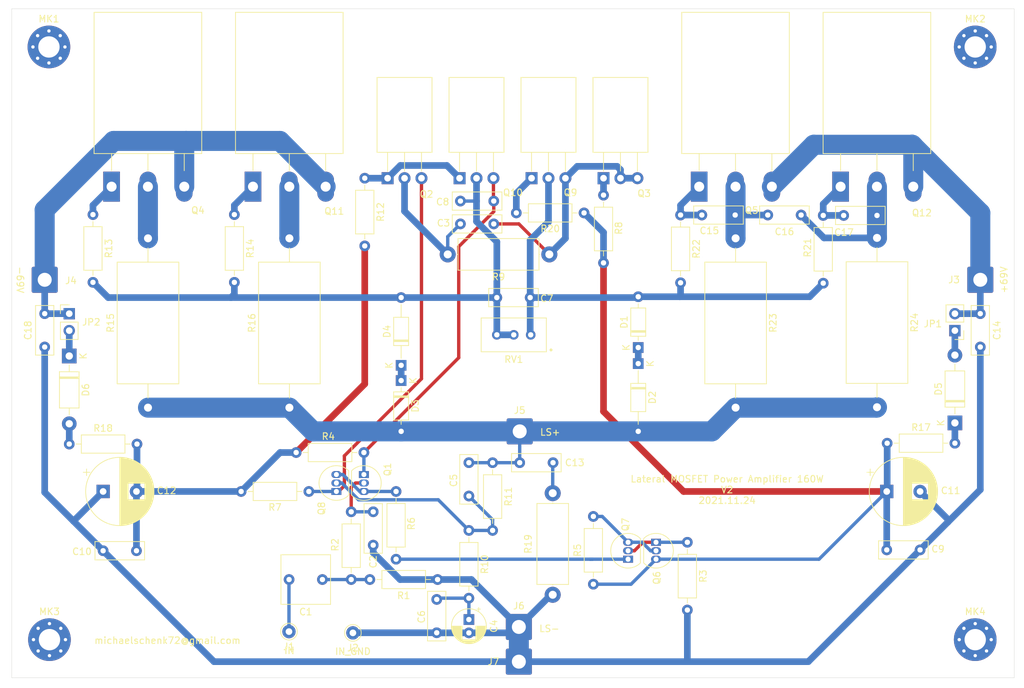
<source format=kicad_pcb>
(kicad_pcb (version 20171130) (host pcbnew "(5.1.12-1-10_14)")
  (layers (0 F.Cu signal) (31 B.Cu signal) (34 B.Paste user) (35 F.Paste user) (36 B.SilkS user) (37 F.SilkS user) (38 B.Mask user) (39 F.Mask user) (44 Edge.Cuts user))
  (net 0 "")
  (net 1 "Net-(C1-Pad2)")
  (net 2 "Net-(C1-Pad1)")
  (net 3 GND)
  (net 4 "Net-(C2-Pad1)")
  (net 5 "Net-(C3-Pad2)")
  (net 6 "Net-(C3-Pad1)")
  (net 7 "Net-(C4-Pad1)")
  (net 8 "Net-(C5-Pad2)")
  (net 9 "Net-(C13-Pad1)")
  (net 10 "Net-(C7-Pad2)")
  (net 11 "Net-(C7-Pad1)")
  (net 12 "Net-(C8-Pad1)")
  (net 13 "Net-(C11-Pad1)")
  (net 14 "Net-(C10-Pad2)")
  (net 15 "Net-(C13-Pad2)")
  (net 16 "Net-(C15-Pad2)")
  (net 17 "Net-(C15-Pad1)")
  (net 18 "Net-(C16-Pad1)")
  (net 19 "Net-(C17-Pad2)")
  (net 20 "Net-(D1-Pad1)")
  (net 21 "Net-(D3-Pad1)")
  (net 22 "Net-(D5-Pad2)")
  (net 23 "Net-(D5-Pad1)")
  (net 24 "Net-(D6-Pad2)")
  (net 25 "Net-(D6-Pad1)")
  (net 26 "Net-(Q1-Pad3)")
  (net 27 "Net-(Q2-Pad3)")
  (net 28 "Net-(Q10-Pad1)")
  (net 29 "Net-(Q3-Pad1)")
  (net 30 "Net-(Q4-Pad1)")
  (net 31 "Net-(Q6-Pad1)")
  (net 32 "Net-(Q6-Pad2)")
  (net 33 "Net-(Q7-Pad1)")
  (net 34 "Net-(Q9-Pad1)")
  (net 35 "Net-(Q11-Pad1)")
  (net 36 "Net-(C14-Pad1)")
  (net 37 "Net-(C18-Pad2)")
  (net 38 "Net-(Q4-Pad2)")
  (net 39 "Net-(Q11-Pad2)")
  (module Connector_Pin:Pin_D1.0mm_L10.0mm (layer F.Cu) (at 111.125 130.429)
    (fp_text reference J2 (at 0 2.25) (layer F.SilkS))
    (fp_text value Conn_01x01)
    (pad 1 thru_hole circle (at 0 0) (size 2 2) (drill 1) (layers *.Cu *.Mask) (net 3 GND))
  )
  (module Connector_Pin:Pin_D1.0mm_L10.0mm (layer F.Cu) (at 101.5365 130.2385)
    (fp_text reference J1 (at 0 2.25) (layer F.SilkS))
    (fp_text value Conn_01x01)
    (pad 1 thru_hole circle (at 0 0) (size 2 2) (drill 1) (layers *.Cu *.Mask) (net 1 "Net-(C1-Pad2)"))
  )
  (module Capacitor_THT:C_Rect_L7.2mm_W2.5mm_P5.00mm_FKS2_FKP2_MKS2_MKP2 (layer F.Cu) (at 64.897 87.55 90)
    (fp_text reference C18 (at 2.5 -2.5 90) (layer F.SilkS))
    (fp_text value 100n)
    (pad 2 thru_hole circle (at 5 0 90) (size 1.6 1.6) (drill 0.8) (layers *.Cu *.Mask) (net 37 "Net-(C18-Pad2)"))
    (pad 1 thru_hole circle (at 0 0 90) (size 1.6 1.6) (drill 0.8) (layers *.Cu *.Mask) (net 3 GND))
  )
  (module Capacitor_THT:C_Rect_L7.2mm_W2.5mm_P5.00mm_FKS2_FKP2_MKS2_MKP2 (layer F.Cu) (at 205.232 82.55 270)
    (fp_text reference C14 (at 2.5 -2.5 90) (layer F.SilkS))
    (fp_text value 100n)
    (pad 2 thru_hole circle (at 5 0 270) (size 1.6 1.6) (drill 0.8) (layers *.Cu *.Mask) (net 3 GND))
    (pad 1 thru_hole circle (at 0 0 270) (size 1.6 1.6) (drill 0.8) (layers *.Cu *.Mask) (net 36 "Net-(C14-Pad1)"))
  )
  (module Potentiometer_THT:Potentiometer_Bourns_3296W_Vertical (layer F.Cu) (at 137.795 85.725)
    (fp_text reference RV1 (at -2.54 3.683) (layer F.SilkS))
    (fp_text value 200R)
    (pad 3 thru_hole circle (at -5.08 0) (size 1.44 1.44) (drill 0.8) (layers *.Cu *.Mask) (net 11 "Net-(C7-Pad1)"))
    (pad 2 thru_hole circle (at -2.54 0) (size 1.44 1.44) (drill 0.8) (layers *.Cu *.Mask) (net 11 "Net-(C7-Pad1)"))
    (pad 1 thru_hole circle (at 0 0) (size 1.44 1.44) (drill 0.8) (layers *.Cu *.Mask) (net 10 "Net-(C7-Pad2)"))
  )
  (module Resistor_THT:R_Axial_DIN0918_L18.0mm_D9.0mm_P25.40mm_Horizontal (layer F.Cu) (at 189.738 71.1835 270)
    (fp_text reference R24 (at 12.7 -5.62 270) (layer F.SilkS))
    (fp_text value 0.22R)
    (pad 2 thru_hole oval (at 25.4 0 270) (size 2.4 2.4) (drill 1.2) (layers *.Cu *.Mask) (net 9 "Net-(C13-Pad1)"))
    (pad 1 thru_hole circle (at 0 0 270) (size 2.4 2.4) (drill 1.2) (layers *.Cu *.Mask) (net 18 "Net-(C16-Pad1)"))
  )
  (module Resistor_THT:R_Axial_DIN0918_L18.0mm_D9.0mm_P25.40mm_Horizontal (layer F.Cu) (at 168.529 71.247 270)
    (fp_text reference R23 (at 12.7 -5.62 270) (layer F.SilkS))
    (fp_text value 0.22R)
    (pad 2 thru_hole oval (at 25.4 0 270) (size 2.4 2.4) (drill 1.2) (layers *.Cu *.Mask) (net 9 "Net-(C13-Pad1)"))
    (pad 1 thru_hole circle (at 0 0 270) (size 2.4 2.4) (drill 1.2) (layers *.Cu *.Mask) (net 17 "Net-(C15-Pad1)"))
  )
  (module Resistor_THT:R_Axial_DIN0207_L6.3mm_D2.5mm_P10.16mm_Horizontal (layer F.Cu) (at 160.274 67.7545 270)
    (fp_text reference R22 (at 5.08 -2.37 90) (layer F.SilkS))
    (fp_text value 220R)
    (pad 2 thru_hole oval (at 10.16 0 270) (size 1.6 1.6) (drill 0.8) (layers *.Cu *.Mask) (net 10 "Net-(C7-Pad2)"))
    (pad 1 thru_hole circle (at 0 0 270) (size 1.6 1.6) (drill 0.8) (layers *.Cu *.Mask) (net 16 "Net-(C15-Pad2)"))
  )
  (module Resistor_THT:R_Axial_DIN0207_L6.3mm_D2.5mm_P10.16mm_Horizontal (layer F.Cu) (at 181.6735 67.818 270)
    (fp_text reference R21 (at 4.826 2.3495 90) (layer F.SilkS))
    (fp_text value 220R)
    (pad 2 thru_hole oval (at 10.16 0 270) (size 1.6 1.6) (drill 0.8) (layers *.Cu *.Mask) (net 10 "Net-(C7-Pad2)"))
    (pad 1 thru_hole circle (at 0 0 270) (size 1.6 1.6) (drill 0.8) (layers *.Cu *.Mask) (net 19 "Net-(C17-Pad2)"))
  )
  (module Resistor_THT:R_Axial_DIN0207_L6.3mm_D2.5mm_P10.16mm_Horizontal (layer F.Cu) (at 145.796 67.437 180)
    (fp_text reference R20 (at 5.08 -2.37) (layer F.SilkS))
    (fp_text value 100R)
    (pad 2 thru_hole oval (at 10.16 0 180) (size 1.6 1.6) (drill 0.8) (layers *.Cu *.Mask) (net 34 "Net-(Q9-Pad1)"))
    (pad 1 thru_hole circle (at 0 0 180) (size 1.6 1.6) (drill 0.8) (layers *.Cu *.Mask) (net 13 "Net-(C11-Pad1)"))
  )
  (module Resistor_THT:R_Axial_DIN0414_L11.9mm_D4.5mm_P15.24mm_Horizontal (layer F.Cu) (at 141.097 109.474 270)
    (fp_text reference R19 (at 7.62 3.683 90) (layer F.SilkS))
    (fp_text value 6.8R/1W)
    (pad 2 thru_hole oval (at 15.24 0 270) (size 2.4 2.4) (drill 1.2) (layers *.Cu *.Mask) (net 3 GND))
    (pad 1 thru_hole circle (at 0 0 270) (size 2.4 2.4) (drill 1.2) (layers *.Cu *.Mask) (net 15 "Net-(C13-Pad2)"))
  )
  (module Resistor_THT:R_Axial_DIN0207_L6.3mm_D2.5mm_P10.16mm_Horizontal (layer F.Cu) (at 68.58 102.108)
    (fp_text reference R18 (at 5.08 -2.37) (layer F.SilkS))
    (fp_text value 100R)
    (pad 2 thru_hole oval (at 10.16 0) (size 1.6 1.6) (drill 0.8) (layers *.Cu *.Mask) (net 14 "Net-(C10-Pad2)"))
    (pad 1 thru_hole circle (at 0 0) (size 1.6 1.6) (drill 0.8) (layers *.Cu *.Mask) (net 24 "Net-(D6-Pad2)"))
  )
  (module Resistor_THT:R_Axial_DIN0207_L6.3mm_D2.5mm_P10.16mm_Horizontal (layer F.Cu) (at 191.262 101.981)
    (fp_text reference R17 (at 5.08 -2.37) (layer F.SilkS))
    (fp_text value 100R)
    (pad 2 thru_hole oval (at 10.16 0) (size 1.6 1.6) (drill 0.8) (layers *.Cu *.Mask) (net 23 "Net-(D5-Pad1)"))
    (pad 1 thru_hole circle (at 0 0) (size 1.6 1.6) (drill 0.8) (layers *.Cu *.Mask) (net 13 "Net-(C11-Pad1)"))
  )
  (module Resistor_THT:R_Axial_DIN0918_L18.0mm_D9.0mm_P25.40mm_Horizontal (layer F.Cu) (at 101.6 96.647 90)
    (fp_text reference R16 (at 12.7 -5.62 90) (layer F.SilkS))
    (fp_text value 0.22R)
    (pad 2 thru_hole oval (at 25.4 0 90) (size 2.4 2.4) (drill 1.2) (layers *.Cu *.Mask) (net 39 "Net-(Q11-Pad2)"))
    (pad 1 thru_hole circle (at 0 0 90) (size 2.4 2.4) (drill 1.2) (layers *.Cu *.Mask) (net 9 "Net-(C13-Pad1)"))
  )
  (module Resistor_THT:R_Axial_DIN0918_L18.0mm_D9.0mm_P25.40mm_Horizontal (layer F.Cu) (at 80.391 96.647 90)
    (fp_text reference R15 (at 12.7 -5.62 90) (layer F.SilkS))
    (fp_text value 0.22R)
    (pad 2 thru_hole oval (at 25.4 0 90) (size 2.4 2.4) (drill 1.2) (layers *.Cu *.Mask) (net 38 "Net-(Q4-Pad2)"))
    (pad 1 thru_hole circle (at 0 0 90) (size 2.4 2.4) (drill 1.2) (layers *.Cu *.Mask) (net 9 "Net-(C13-Pad1)"))
  )
  (module Resistor_THT:R_Axial_DIN0207_L6.3mm_D2.5mm_P10.16mm_Horizontal (layer F.Cu) (at 93.345 67.691 270)
    (fp_text reference R14 (at 5.08 -2.37 90) (layer F.SilkS))
    (fp_text value 220R)
    (pad 2 thru_hole oval (at 10.16 0 270) (size 1.6 1.6) (drill 0.8) (layers *.Cu *.Mask) (net 11 "Net-(C7-Pad1)"))
    (pad 1 thru_hole circle (at 0 0 270) (size 1.6 1.6) (drill 0.8) (layers *.Cu *.Mask) (net 35 "Net-(Q11-Pad1)"))
  )
  (module Resistor_THT:R_Axial_DIN0207_L6.3mm_D2.5mm_P10.16mm_Horizontal (layer F.Cu) (at 72.136 67.691 270)
    (fp_text reference R13 (at 5.08 -2.37 90) (layer F.SilkS))
    (fp_text value 220R)
    (pad 2 thru_hole oval (at 10.16 0 270) (size 1.6 1.6) (drill 0.8) (layers *.Cu *.Mask) (net 11 "Net-(C7-Pad1)"))
    (pad 1 thru_hole circle (at 0 0 270) (size 1.6 1.6) (drill 0.8) (layers *.Cu *.Mask) (net 30 "Net-(Q4-Pad1)"))
  )
  (module Resistor_THT:R_Axial_DIN0207_L6.3mm_D2.5mm_P10.16mm_Horizontal (layer F.Cu) (at 112.903 62.23 270)
    (fp_text reference R12 (at 5.08 -2.37 90) (layer F.SilkS))
    (fp_text value 100R)
    (pad 2 thru_hole oval (at 10.16 0 270) (size 1.6 1.6) (drill 0.8) (layers *.Cu *.Mask) (net 14 "Net-(C10-Pad2)"))
    (pad 1 thru_hole circle (at 0 0 270) (size 1.6 1.6) (drill 0.8) (layers *.Cu *.Mask) (net 28 "Net-(Q10-Pad1)"))
  )
  (module Resistor_THT:R_Axial_DIN0207_L6.3mm_D2.5mm_P10.16mm_Horizontal (layer F.Cu) (at 132.08 104.902 270)
    (fp_text reference R11 (at 5.08 -2.37 90) (layer F.SilkS))
    (fp_text value 33k)
    (pad 2 thru_hole oval (at 10.16 0 270) (size 1.6 1.6) (drill 0.8) (layers *.Cu *.Mask) (net 8 "Net-(C5-Pad2)"))
    (pad 1 thru_hole circle (at 0 0 270) (size 1.6 1.6) (drill 0.8) (layers *.Cu *.Mask) (net 9 "Net-(C13-Pad1)"))
  )
  (module Resistor_THT:R_Axial_DIN0207_L6.3mm_D2.5mm_P10.16mm_Horizontal (layer F.Cu) (at 128.524 115.062 270)
    (fp_text reference R10 (at 5.08 -2.37 90) (layer F.SilkS))
    (fp_text value 1k)
    (pad 2 thru_hole oval (at 10.16 0 270) (size 1.6 1.6) (drill 0.8) (layers *.Cu *.Mask) (net 7 "Net-(C4-Pad1)"))
    (pad 1 thru_hole circle (at 0 0 270) (size 1.6 1.6) (drill 0.8) (layers *.Cu *.Mask) (net 8 "Net-(C5-Pad2)"))
  )
  (module Resistor_THT:R_Axial_DIN0414_L11.9mm_D4.5mm_P15.24mm_Horizontal (layer F.Cu) (at 140.589 73.66 180)
    (fp_text reference R9 (at 7.62 -3.37) (layer F.SilkS))
    (fp_text value 12k/1W)
    (pad 2 thru_hole oval (at 15.24 0 180) (size 2.4 2.4) (drill 1.2) (layers *.Cu *.Mask) (net 5 "Net-(C3-Pad2)"))
    (pad 1 thru_hole circle (at 0 0 180) (size 2.4 2.4) (drill 1.2) (layers *.Cu *.Mask) (net 6 "Net-(C3-Pad1)"))
  )
  (module Resistor_THT:R_Axial_DIN0207_L6.3mm_D2.5mm_P10.16mm_Horizontal (layer F.Cu) (at 148.717 74.93 90)
    (fp_text reference R8 (at 5.207 2.286 90) (layer F.SilkS))
    (fp_text value 100R)
    (pad 2 thru_hole oval (at 10.16 0 90) (size 1.6 1.6) (drill 0.8) (layers *.Cu *.Mask) (net 29 "Net-(Q3-Pad1)"))
    (pad 1 thru_hole circle (at 0 0 90) (size 1.6 1.6) (drill 0.8) (layers *.Cu *.Mask) (net 13 "Net-(C11-Pad1)"))
  )
  (module Resistor_THT:R_Axial_DIN0207_L6.3mm_D2.5mm_P10.16mm_Horizontal (layer F.Cu) (at 104.521 109.22 180)
    (fp_text reference R7 (at 5.08 -2.37) (layer F.SilkS))
    (fp_text value 4k7)
    (pad 2 thru_hole oval (at 10.16 0 180) (size 1.6 1.6) (drill 0.8) (layers *.Cu *.Mask) (net 14 "Net-(C10-Pad2)"))
    (pad 1 thru_hole circle (at 0 0 180) (size 1.6 1.6) (drill 0.8) (layers *.Cu *.Mask) (net 27 "Net-(Q2-Pad3)"))
  )
  (module Resistor_THT:R_Axial_DIN0207_L6.3mm_D2.5mm_P10.16mm_Horizontal (layer F.Cu) (at 117.602 119.38 90)
    (fp_text reference R6 (at 5.334 2.286 90) (layer F.SilkS))
    (fp_text value 22k)
    (pad 2 thru_hole oval (at 10.16 0 90) (size 1.6 1.6) (drill 0.8) (layers *.Cu *.Mask) (net 26 "Net-(Q1-Pad3)"))
    (pad 1 thru_hole circle (at 0 0 90) (size 1.6 1.6) (drill 0.8) (layers *.Cu *.Mask) (net 33 "Net-(Q7-Pad1)"))
  )
  (module Resistor_THT:R_Axial_DIN0207_L6.3mm_D2.5mm_P10.16mm_Horizontal (layer F.Cu) (at 147.193 123.1265 90)
    (fp_text reference R5 (at 5.08 -2.37 90) (layer F.SilkS))
    (fp_text value 680R)
    (pad 2 thru_hole oval (at 10.16 0 90) (size 1.6 1.6) (drill 0.8) (layers *.Cu *.Mask) (net 32 "Net-(Q6-Pad2)"))
    (pad 1 thru_hole circle (at 0 0 90) (size 1.6 1.6) (drill 0.8) (layers *.Cu *.Mask) (net 13 "Net-(C11-Pad1)"))
  )
  (module Resistor_THT:R_Axial_DIN0207_L6.3mm_D2.5mm_P10.16mm_Horizontal (layer F.Cu) (at 112.776 103.378 180)
    (fp_text reference R4 (at 5.334 2.413) (layer F.SilkS))
    (fp_text value 4k7)
    (pad 2 thru_hole oval (at 10.16 0 180) (size 1.6 1.6) (drill 0.8) (layers *.Cu *.Mask) (net 14 "Net-(C10-Pad2)"))
    (pad 1 thru_hole circle (at 0 0 180) (size 1.6 1.6) (drill 0.8) (layers *.Cu *.Mask) (net 12 "Net-(C8-Pad1)"))
  )
  (module Resistor_THT:R_Axial_DIN0207_L6.3mm_D2.5mm_P10.16mm_Horizontal (layer F.Cu) (at 161.29 116.84 270)
    (fp_text reference R3 (at 5.08 -2.37 90) (layer F.SilkS))
    (fp_text value 22k)
    (pad 2 thru_hole oval (at 10.16 0 270) (size 1.6 1.6) (drill 0.8) (layers *.Cu *.Mask) (net 3 GND))
    (pad 1 thru_hole circle (at 0 0 270) (size 1.6 1.6) (drill 0.8) (layers *.Cu *.Mask) (net 31 "Net-(Q6-Pad1)"))
  )
  (module Resistor_THT:R_Axial_DIN0207_L6.3mm_D2.5mm_P10.16mm_Horizontal (layer F.Cu) (at 110.871 112.268 270)
    (fp_text reference R2 (at 4.953 2.413 90) (layer F.SilkS))
    (fp_text value 1k)
    (pad 2 thru_hole oval (at 10.16 0 270) (size 1.6 1.6) (drill 0.8) (layers *.Cu *.Mask) (net 2 "Net-(C1-Pad1)"))
    (pad 1 thru_hole circle (at 0 0 270) (size 1.6 1.6) (drill 0.8) (layers *.Cu *.Mask) (net 4 "Net-(C2-Pad1)"))
  )
  (module Resistor_THT:R_Axial_DIN0207_L6.3mm_D2.5mm_P10.16mm_Horizontal (layer F.Cu) (at 113.665 122.428)
    (fp_text reference R1 (at 5.08 2.413) (layer F.SilkS))
    (fp_text value 33k)
    (pad 2 thru_hole oval (at 10.16 0) (size 1.6 1.6) (drill 0.8) (layers *.Cu *.Mask) (net 3 GND))
    (pad 1 thru_hole circle (at 0 0) (size 1.6 1.6) (drill 0.8) (layers *.Cu *.Mask) (net 2 "Net-(C1-Pad1)"))
  )
  (module Package_TO_SOT_THT:TO-247-3_Horizontal_TabDown (layer F.Cu) (at 184.277 63.5)
    (fp_text reference Q12 (at 12.192 3.937) (layer F.SilkS))
    (fp_text value ECX10N20)
    (pad 3 thru_hole oval (at 10.9 0) (size 2.5 4.5) (drill 1.5) (layers *.Cu *.Mask) (net 36 "Net-(C14-Pad1)"))
    (pad 2 thru_hole oval (at 5.45 0) (size 2.5 4.5) (drill 1.5) (layers *.Cu *.Mask) (net 18 "Net-(C16-Pad1)"))
    (pad 1 thru_hole rect (at 0 0) (size 2.5 4.5) (drill 1.5) (layers *.Cu *.Mask) (net 19 "Net-(C17-Pad2)"))
    (pad "" np_thru_hole oval (at 5.45 -19.86) (size 3.6 3.6) (drill 3.6) (layers *.Cu *.Mask))
  )
  (module Package_TO_SOT_THT:TO-247-3_Horizontal_TabDown (layer F.Cu) (at 96.139 63.5)
    (fp_text reference Q11 (at 12.192 3.683) (layer F.SilkS))
    (fp_text value ECX10P20)
    (pad 3 thru_hole oval (at 10.9 0) (size 2.5 4.5) (drill 1.5) (layers *.Cu *.Mask) (net 37 "Net-(C18-Pad2)"))
    (pad 2 thru_hole oval (at 5.45 0) (size 2.5 4.5) (drill 1.5) (layers *.Cu *.Mask) (net 39 "Net-(Q11-Pad2)"))
    (pad 1 thru_hole rect (at 0 0) (size 2.5 4.5) (drill 1.5) (layers *.Cu *.Mask) (net 35 "Net-(Q11-Pad1)"))
    (pad "" np_thru_hole oval (at 5.45 -19.86) (size 3.6 3.6) (drill 3.6) (layers *.Cu *.Mask))
  )
  (module Package_TO_SOT_THT:TO-126-3_Horizontal_TabDown (layer F.Cu) (at 127.127 62.23)
    (fp_text reference Q10 (at 8.001 2.159) (layer F.SilkS))
    (fp_text value MJE340)
    (pad 3 thru_hole oval (at 5.08 0) (size 1.8 1.8) (drill 1) (layers *.Cu *.Mask) (net 12 "Net-(C8-Pad1)"))
    (pad 2 thru_hole oval (at 2.54 0) (size 1.8 1.8) (drill 1) (layers *.Cu *.Mask) (net 11 "Net-(C7-Pad1)"))
    (pad 1 thru_hole rect (at 0 0) (size 1.8 1.8) (drill 1) (layers *.Cu *.Mask) (net 28 "Net-(Q10-Pad1)"))
    (pad "" np_thru_hole oval (at 2.54 -11.1) (size 3.2 3.2) (drill 3.2) (layers *.Cu *.Mask))
  )
  (module Package_TO_SOT_THT:TO-126-3_Horizontal_TabDown (layer F.Cu) (at 137.922 62.23)
    (fp_text reference Q9 (at 5.842 2.159) (layer F.SilkS))
    (fp_text value MJE350)
    (pad 3 thru_hole oval (at 5.08 0) (size 1.8 1.8) (drill 1) (layers *.Cu *.Mask) (net 6 "Net-(C3-Pad1)"))
    (pad 2 thru_hole oval (at 2.54 0) (size 1.8 1.8) (drill 1) (layers *.Cu *.Mask) (net 10 "Net-(C7-Pad2)"))
    (pad 1 thru_hole rect (at 0 0) (size 1.8 1.8) (drill 1) (layers *.Cu *.Mask) (net 34 "Net-(Q9-Pad1)"))
    (pad "" np_thru_hole oval (at 2.54 -11.1) (size 3.2 3.2) (drill 3.2) (layers *.Cu *.Mask))
  )
  (module Package_TO_SOT_THT:TO-92_Inline (layer F.Cu) (at 108.6485 109.22 90)
    (fp_text reference Q8 (at -2.54 -2.2225 90) (layer F.SilkS))
    (fp_text value BC556)
    (pad 1 thru_hole rect (at 0 0 90) (size 1.05 1.5) (drill 0.75) (layers *.Cu *.Mask) (net 27 "Net-(Q2-Pad3)"))
    (pad 3 thru_hole oval (at 2.54 0 90) (size 1.05 1.5) (drill 0.75) (layers *.Cu *.Mask) (net 26 "Net-(Q1-Pad3)"))
    (pad 2 thru_hole oval (at 1.27 0 90) (size 1.05 1.5) (drill 0.75) (layers *.Cu *.Mask) (net 8 "Net-(C5-Pad2)"))
  )
  (module Package_TO_SOT_THT:TO-92_Inline (layer F.Cu) (at 152.4 119.38 90)
    (fp_text reference Q7 (at 5.207 -0.381 90) (layer F.SilkS))
    (fp_text value BC556)
    (pad 1 thru_hole rect (at 0 0 90) (size 1.05 1.5) (drill 0.75) (layers *.Cu *.Mask) (net 33 "Net-(Q7-Pad1)"))
    (pad 3 thru_hole oval (at 2.54 0 90) (size 1.05 1.5) (drill 0.75) (layers *.Cu *.Mask) (net 32 "Net-(Q6-Pad2)"))
    (pad 2 thru_hole oval (at 1.27 0 90) (size 1.05 1.5) (drill 0.75) (layers *.Cu *.Mask) (net 31 "Net-(Q6-Pad1)"))
  )
  (module Package_TO_SOT_THT:TO-92_Inline (layer F.Cu) (at 156.591 116.84 270)
    (fp_text reference Q6 (at 5.334 -0.127 90) (layer F.SilkS))
    (fp_text value BC556)
    (pad 1 thru_hole rect (at 0 0 270) (size 1.05 1.5) (drill 0.75) (layers *.Cu *.Mask) (net 31 "Net-(Q6-Pad1)"))
    (pad 3 thru_hole oval (at 2.54 0 270) (size 1.05 1.5) (drill 0.75) (layers *.Cu *.Mask) (net 13 "Net-(C11-Pad1)"))
    (pad 2 thru_hole oval (at 1.27 0 270) (size 1.05 1.5) (drill 0.75) (layers *.Cu *.Mask) (net 32 "Net-(Q6-Pad2)"))
  )
  (module Package_TO_SOT_THT:TO-247-3_Horizontal_TabDown (layer F.Cu) (at 163.068 63.5)
    (fp_text reference Q5 (at 7.874 3.556) (layer F.SilkS))
    (fp_text value ECX10N20)
    (pad 3 thru_hole oval (at 10.9 0) (size 2.5 4.5) (drill 1.5) (layers *.Cu *.Mask) (net 36 "Net-(C14-Pad1)"))
    (pad 2 thru_hole oval (at 5.45 0) (size 2.5 4.5) (drill 1.5) (layers *.Cu *.Mask) (net 17 "Net-(C15-Pad1)"))
    (pad 1 thru_hole rect (at 0 0) (size 2.5 4.5) (drill 1.5) (layers *.Cu *.Mask) (net 16 "Net-(C15-Pad2)"))
    (pad "" np_thru_hole oval (at 5.45 -19.86) (size 3.6 3.6) (drill 3.6) (layers *.Cu *.Mask))
  )
  (module Package_TO_SOT_THT:TO-247-3_Horizontal_TabDown (layer F.Cu) (at 74.93 63.5)
    (fp_text reference Q4 (at 12.954 3.556) (layer F.SilkS))
    (fp_text value ECX10P20)
    (pad 3 thru_hole oval (at 10.9 0) (size 2.5 4.5) (drill 1.5) (layers *.Cu *.Mask) (net 37 "Net-(C18-Pad2)"))
    (pad 2 thru_hole oval (at 5.45 0) (size 2.5 4.5) (drill 1.5) (layers *.Cu *.Mask) (net 38 "Net-(Q4-Pad2)"))
    (pad 1 thru_hole rect (at 0 0) (size 2.5 4.5) (drill 1.5) (layers *.Cu *.Mask) (net 30 "Net-(Q4-Pad1)"))
    (pad "" np_thru_hole oval (at 5.45 -19.86) (size 3.6 3.6) (drill 3.6) (layers *.Cu *.Mask))
  )
  (module Package_TO_SOT_THT:TO-126-3_Horizontal_TabDown (layer F.Cu) (at 148.717 62.23)
    (fp_text reference Q3 (at 6.096 2.286) (layer F.SilkS))
    (fp_text value MJE350)
    (pad 3 thru_hole oval (at 5.08 0) (size 1.8 1.8) (drill 1) (layers *.Cu *.Mask) (net 6 "Net-(C3-Pad1)"))
    (pad 2 thru_hole oval (at 2.54 0) (size 1.8 1.8) (drill 1) (layers *.Cu *.Mask) (net 6 "Net-(C3-Pad1)"))
    (pad 1 thru_hole rect (at 0 0) (size 1.8 1.8) (drill 1) (layers *.Cu *.Mask) (net 29 "Net-(Q3-Pad1)"))
    (pad "" np_thru_hole oval (at 2.54 -11.1) (size 3.2 3.2) (drill 3.2) (layers *.Cu *.Mask))
  )
  (module Package_TO_SOT_THT:TO-126-3_Horizontal_TabDown (layer F.Cu) (at 116.332 62.23)
    (fp_text reference Q2 (at 5.842 2.413) (layer F.SilkS))
    (fp_text value MJE340)
    (pad 3 thru_hole oval (at 5.08 0) (size 1.8 1.8) (drill 1) (layers *.Cu *.Mask) (net 27 "Net-(Q2-Pad3)"))
    (pad 2 thru_hole oval (at 2.54 0) (size 1.8 1.8) (drill 1) (layers *.Cu *.Mask) (net 5 "Net-(C3-Pad2)"))
    (pad 1 thru_hole rect (at 0 0) (size 1.8 1.8) (drill 1) (layers *.Cu *.Mask) (net 28 "Net-(Q10-Pad1)"))
    (pad "" np_thru_hole oval (at 2.54 -11.1) (size 3.2 3.2) (drill 3.2) (layers *.Cu *.Mask))
  )
  (module Package_TO_SOT_THT:TO-92_Inline (layer F.Cu) (at 112.776 106.68 270)
    (fp_text reference Q1 (at -0.762 -3.556 90) (layer F.SilkS))
    (fp_text value BC556)
    (pad 1 thru_hole rect (at 0 0 270) (size 1.05 1.5) (drill 0.75) (layers *.Cu *.Mask) (net 12 "Net-(C8-Pad1)"))
    (pad 3 thru_hole oval (at 2.54 0 270) (size 1.05 1.5) (drill 0.75) (layers *.Cu *.Mask) (net 26 "Net-(Q1-Pad3)"))
    (pad 2 thru_hole oval (at 1.27 0 270) (size 1.05 1.5) (drill 0.75) (layers *.Cu *.Mask) (net 4 "Net-(C2-Pad1)"))
  )
  (module MountingHole:MountingHole_3.2mm_M3_Pad_Via (layer F.Cu) (at 204.47 131.445)
    (fp_text reference MK4 (at 0 -4.2) (layer F.SilkS))
    (fp_text value Mounting_Hole_PAD)
    (pad 1 thru_hole circle (at 1.697056 -1.697056) (size 0.8 0.8) (drill 0.5) (layers *.Cu *.Mask))
    (pad 1 thru_hole circle (at 0 -2.4) (size 0.8 0.8) (drill 0.5) (layers *.Cu *.Mask))
    (pad 1 thru_hole circle (at -1.697056 -1.697056) (size 0.8 0.8) (drill 0.5) (layers *.Cu *.Mask))
    (pad 1 thru_hole circle (at -2.4 0) (size 0.8 0.8) (drill 0.5) (layers *.Cu *.Mask))
    (pad 1 thru_hole circle (at -1.697056 1.697056) (size 0.8 0.8) (drill 0.5) (layers *.Cu *.Mask))
    (pad 1 thru_hole circle (at 0 2.4) (size 0.8 0.8) (drill 0.5) (layers *.Cu *.Mask))
    (pad 1 thru_hole circle (at 1.697056 1.697056) (size 0.8 0.8) (drill 0.5) (layers *.Cu *.Mask))
    (pad 1 thru_hole circle (at 2.4 0) (size 0.8 0.8) (drill 0.5) (layers *.Cu *.Mask))
    (pad 1 thru_hole circle (at 0 0) (size 6.4 6.4) (drill 3.2) (layers *.Cu *.Mask))
  )
  (module MountingHole:MountingHole_3.2mm_M3_Pad_Via (layer F.Cu) (at 65.612944 131.445)
    (fp_text reference MK3 (at 0 -4.2) (layer F.SilkS))
    (fp_text value Mounting_Hole_PAD)
    (pad 1 thru_hole circle (at 1.697056 -1.697056) (size 0.8 0.8) (drill 0.5) (layers *.Cu *.Mask))
    (pad 1 thru_hole circle (at 0 -2.4) (size 0.8 0.8) (drill 0.5) (layers *.Cu *.Mask))
    (pad 1 thru_hole circle (at -1.697056 -1.697056) (size 0.8 0.8) (drill 0.5) (layers *.Cu *.Mask))
    (pad 1 thru_hole circle (at -2.4 0) (size 0.8 0.8) (drill 0.5) (layers *.Cu *.Mask))
    (pad 1 thru_hole circle (at -1.697056 1.697056) (size 0.8 0.8) (drill 0.5) (layers *.Cu *.Mask))
    (pad 1 thru_hole circle (at 0 2.4) (size 0.8 0.8) (drill 0.5) (layers *.Cu *.Mask))
    (pad 1 thru_hole circle (at 1.697056 1.697056) (size 0.8 0.8) (drill 0.5) (layers *.Cu *.Mask))
    (pad 1 thru_hole circle (at 2.4 0) (size 0.8 0.8) (drill 0.5) (layers *.Cu *.Mask))
    (pad 1 thru_hole circle (at 0 0) (size 6.4 6.4) (drill 3.2) (layers *.Cu *.Mask))
  )
  (module MountingHole:MountingHole_3.2mm_M3_Pad_Via (layer F.Cu) (at 204.47 42.545)
    (fp_text reference MK2 (at 0 -4.2) (layer F.SilkS))
    (fp_text value Mounting_Hole_PAD)
    (pad 1 thru_hole circle (at 1.697056 -1.697056) (size 0.8 0.8) (drill 0.5) (layers *.Cu *.Mask))
    (pad 1 thru_hole circle (at 0 -2.4) (size 0.8 0.8) (drill 0.5) (layers *.Cu *.Mask))
    (pad 1 thru_hole circle (at -1.697056 -1.697056) (size 0.8 0.8) (drill 0.5) (layers *.Cu *.Mask))
    (pad 1 thru_hole circle (at -2.4 0) (size 0.8 0.8) (drill 0.5) (layers *.Cu *.Mask))
    (pad 1 thru_hole circle (at -1.697056 1.697056) (size 0.8 0.8) (drill 0.5) (layers *.Cu *.Mask))
    (pad 1 thru_hole circle (at 0 2.4) (size 0.8 0.8) (drill 0.5) (layers *.Cu *.Mask))
    (pad 1 thru_hole circle (at 1.697056 1.697056) (size 0.8 0.8) (drill 0.5) (layers *.Cu *.Mask))
    (pad 1 thru_hole circle (at 2.4 0) (size 0.8 0.8) (drill 0.5) (layers *.Cu *.Mask))
    (pad 1 thru_hole circle (at 0 0) (size 6.4 6.4) (drill 3.2) (layers *.Cu *.Mask))
  )
  (module MountingHole:MountingHole_3.2mm_M3_Pad_Via (layer F.Cu) (at 65.532 42.545)
    (fp_text reference MK1 (at 0 -4.2) (layer F.SilkS))
    (fp_text value Mounting_Hole_PAD)
    (pad 1 thru_hole circle (at 1.697056 -1.697056) (size 0.8 0.8) (drill 0.5) (layers *.Cu *.Mask))
    (pad 1 thru_hole circle (at 0 -2.4) (size 0.8 0.8) (drill 0.5) (layers *.Cu *.Mask))
    (pad 1 thru_hole circle (at -1.697056 -1.697056) (size 0.8 0.8) (drill 0.5) (layers *.Cu *.Mask))
    (pad 1 thru_hole circle (at -2.4 0) (size 0.8 0.8) (drill 0.5) (layers *.Cu *.Mask))
    (pad 1 thru_hole circle (at -1.697056 1.697056) (size 0.8 0.8) (drill 0.5) (layers *.Cu *.Mask))
    (pad 1 thru_hole circle (at 0 2.4) (size 0.8 0.8) (drill 0.5) (layers *.Cu *.Mask))
    (pad 1 thru_hole circle (at 1.697056 1.697056) (size 0.8 0.8) (drill 0.5) (layers *.Cu *.Mask))
    (pad 1 thru_hole circle (at 2.4 0) (size 0.8 0.8) (drill 0.5) (layers *.Cu *.Mask))
    (pad 1 thru_hole circle (at 0 0) (size 6.4 6.4) (drill 3.2) (layers *.Cu *.Mask))
  )
  (module Connector_PinHeader_2.54mm:PinHeader_1x02_P2.54mm_Vertical (layer F.Cu) (at 68.58 82.55)
    (fp_text reference JP2 (at 3.302 1.27) (layer F.SilkS))
    (fp_text value Jump)
    (pad 2 thru_hole oval (at 0 2.54) (size 1.7 1.7) (drill 1) (layers *.Cu *.Mask) (net 25 "Net-(D6-Pad1)"))
    (pad 1 thru_hole rect (at 0 0) (size 1.7 1.7) (drill 1) (layers *.Cu *.Mask) (net 37 "Net-(C18-Pad2)"))
  )
  (module Connector_PinHeader_2.54mm:PinHeader_1x02_P2.54mm_Vertical (layer F.Cu) (at 201.422 85.09 180)
    (fp_text reference JP1 (at 3.302 1.016) (layer F.SilkS))
    (fp_text value Jump)
    (pad 2 thru_hole oval (at 0 2.54 180) (size 1.7 1.7) (drill 1) (layers *.Cu *.Mask) (net 36 "Net-(C14-Pad1)"))
    (pad 1 thru_hole rect (at 0 0 180) (size 1.7 1.7) (drill 1) (layers *.Cu *.Mask) (net 22 "Net-(D5-Pad2)"))
  )
  (module Connector_Wire:SolderWire-1.5sqmm_1x01_D1.7mm_OD3.9mm (layer F.Cu) (at 136.017 134.747)
    (fp_text reference J7 (at -3.81 0) (layer F.SilkS))
    (fp_text value GND)
    (pad 1 thru_hole roundrect (at 0 0) (size 3.9 3.9) (drill 2.1) (layers *.Cu *.Mask) (roundrect_rratio 0.06410299999999999) (net 3 GND))
  )
  (module Connector_Wire:SolderWire-1.5sqmm_1x01_D1.7mm_OD3.9mm (layer F.Cu) (at 136.017 129.54)
    (fp_text reference J6 (at 0 -3.15) (layer F.SilkS))
    (fp_text value LS-)
    (pad 1 thru_hole roundrect (at 0 0) (size 3.9 3.9) (drill 2.1) (layers *.Cu *.Mask) (roundrect_rratio 0.06410299999999999) (net 3 GND))
  )
  (module Connector_Wire:SolderWire-1.5sqmm_1x01_D1.7mm_OD3.9mm (layer F.Cu) (at 136.144 100.203)
    (fp_text reference J5 (at 0 -3.15) (layer F.SilkS))
    (fp_text value LS+)
    (pad 1 thru_hole roundrect (at 0 0) (size 3.9 3.9) (drill 2.1) (layers *.Cu *.Mask) (roundrect_rratio 0.06410299999999999) (net 9 "Net-(C13-Pad1)"))
  )
  (module Connector_Wire:SolderWire-1.5sqmm_1x01_D1.7mm_OD3.9mm (layer F.Cu) (at 64.897 77.47)
    (fp_text reference J4 (at 3.937 0.127) (layer F.SilkS))
    (fp_text value -69V)
    (pad 1 thru_hole roundrect (at 0 0) (size 3.9 3.9) (drill 2.1) (layers *.Cu *.Mask) (roundrect_rratio 0.06410299999999999) (net 37 "Net-(C18-Pad2)"))
  )
  (module Connector_Wire:SolderWire-1.5sqmm_1x01_D1.7mm_OD3.9mm (layer F.Cu) (at 205.232 77.47)
    (fp_text reference J3 (at -3.937 0) (layer F.SilkS))
    (fp_text value +69V)
    (pad 1 thru_hole roundrect (at 0 0) (size 3.9 3.9) (drill 2.1) (layers *.Cu *.Mask) (roundrect_rratio 0.06410299999999999) (net 36 "Net-(C14-Pad1)"))
  )
  (module Diode_THT:D_DO-41_SOD81_P10.16mm_Horizontal (layer F.Cu) (at 68.58 88.9 270)
    (fp_text reference D6 (at 5.08 -2.47 90) (layer F.SilkS))
    (fp_text value 1N4002)
    (fp_text user K (at 0 -2.1 90) (layer F.SilkS))
    (pad 2 thru_hole oval (at 10.16 0 270) (size 2.2 2.2) (drill 1.1) (layers *.Cu *.Mask) (net 24 "Net-(D6-Pad2)"))
    (pad 1 thru_hole rect (at 0 0 270) (size 2.2 2.2) (drill 1.1) (layers *.Cu *.Mask) (net 25 "Net-(D6-Pad1)"))
  )
  (module Diode_THT:D_DO-41_SOD81_P10.16mm_Horizontal (layer F.Cu) (at 201.422 98.933 90)
    (fp_text reference D5 (at 5.08 -2.47 90) (layer F.SilkS))
    (fp_text value 1N4002)
    (fp_text user K (at 0 -2.1 90) (layer F.SilkS))
    (pad 2 thru_hole oval (at 10.16 0 90) (size 2.2 2.2) (drill 1.1) (layers *.Cu *.Mask) (net 22 "Net-(D5-Pad2)"))
    (pad 1 thru_hole rect (at 0 0 90) (size 2.2 2.2) (drill 1.1) (layers *.Cu *.Mask) (net 23 "Net-(D5-Pad1)"))
  )
  (module Diode_THT:D_DO-35_SOD27_P10.16mm_Horizontal (layer F.Cu) (at 118.364 90.297 90)
    (fp_text reference D4 (at 5.08 -2.12 90) (layer F.SilkS))
    (fp_text value 12V/0.5W)
    (fp_text user K (at 0 -1.8 90) (layer F.SilkS))
    (pad 2 thru_hole oval (at 10.16 0 90) (size 1.6 1.6) (drill 0.8) (layers *.Cu *.Mask) (net 11 "Net-(C7-Pad1)"))
    (pad 1 thru_hole rect (at 0 0 90) (size 1.6 1.6) (drill 0.8) (layers *.Cu *.Mask) (net 21 "Net-(D3-Pad1)"))
  )
  (module Diode_THT:D_DO-35_SOD27_P7.62mm_Horizontal (layer F.Cu) (at 118.364 92.583 270)
    (fp_text reference D3 (at 3.81 -2.12 90) (layer F.SilkS))
    (fp_text value 1N914)
    (fp_text user K (at 0 -1.8 90) (layer F.SilkS))
    (pad 2 thru_hole oval (at 7.62 0 270) (size 1.6 1.6) (drill 0.8) (layers *.Cu *.Mask) (net 9 "Net-(C13-Pad1)"))
    (pad 1 thru_hole rect (at 0 0 270) (size 1.6 1.6) (drill 0.8) (layers *.Cu *.Mask) (net 21 "Net-(D3-Pad1)"))
  )
  (module Diode_THT:D_DO-35_SOD27_P10.16mm_Horizontal (layer F.Cu) (at 153.924 90.043 270)
    (fp_text reference D2 (at 5.08 -2.12 90) (layer F.SilkS))
    (fp_text value 12V/0.5W)
    (fp_text user K (at 0 -1.8 90) (layer F.SilkS))
    (pad 2 thru_hole oval (at 10.16 0 270) (size 1.6 1.6) (drill 0.8) (layers *.Cu *.Mask) (net 9 "Net-(C13-Pad1)"))
    (pad 1 thru_hole rect (at 0 0 270) (size 1.6 1.6) (drill 0.8) (layers *.Cu *.Mask) (net 20 "Net-(D1-Pad1)"))
  )
  (module Diode_THT:D_DO-35_SOD27_P7.62mm_Horizontal (layer F.Cu) (at 153.924 87.63 90)
    (fp_text reference D1 (at 3.81 -2.12 90) (layer F.SilkS))
    (fp_text value 1N914)
    (fp_text user K (at 0 -1.8 90) (layer F.SilkS))
    (pad 2 thru_hole oval (at 7.62 0 90) (size 1.6 1.6) (drill 0.8) (layers *.Cu *.Mask) (net 10 "Net-(C7-Pad2)"))
    (pad 1 thru_hole rect (at 0 0 90) (size 1.6 1.6) (drill 0.8) (layers *.Cu *.Mask) (net 20 "Net-(D1-Pad1)"))
  )
  (module Capacitor_THT:C_Rect_L7.2mm_W2.5mm_P5.00mm_FKS2_FKP2_MKS2_MKP2 (layer F.Cu) (at 189.738 67.818 180)
    (fp_text reference C17 (at 4.953 -2.54) (layer F.SilkS))
    (fp_text value 470p)
    (pad 2 thru_hole circle (at 5 0 180) (size 1.6 1.6) (drill 0.8) (layers *.Cu *.Mask) (net 19 "Net-(C17-Pad2)"))
    (pad 1 thru_hole circle (at 0 0 180) (size 1.6 1.6) (drill 0.8) (layers *.Cu *.Mask) (net 18 "Net-(C16-Pad1)"))
  )
  (module Capacitor_THT:C_Rect_L7.2mm_W2.5mm_P5.00mm_FKS2_FKP2_MKS2_MKP2 (layer F.Cu) (at 178.355 67.7545 180)
    (fp_text reference C16 (at 2.5 -2.5) (layer F.SilkS))
    (fp_text value 220n)
    (pad 2 thru_hole circle (at 5 0 180) (size 1.6 1.6) (drill 0.8) (layers *.Cu *.Mask) (net 17 "Net-(C15-Pad1)"))
    (pad 1 thru_hole circle (at 0 0 180) (size 1.6 1.6) (drill 0.8) (layers *.Cu *.Mask) (net 18 "Net-(C16-Pad1)"))
  )
  (module Capacitor_THT:C_Rect_L7.2mm_W2.5mm_P5.00mm_FKS2_FKP2_MKS2_MKP2 (layer F.Cu) (at 168.4655 67.7545 180)
    (fp_text reference C15 (at 3.8735 -2.3495) (layer F.SilkS))
    (fp_text value 330p)
    (pad 2 thru_hole circle (at 5 0 180) (size 1.6 1.6) (drill 0.8) (layers *.Cu *.Mask) (net 16 "Net-(C15-Pad2)"))
    (pad 1 thru_hole circle (at 0 0 180) (size 1.6 1.6) (drill 0.8) (layers *.Cu *.Mask) (net 17 "Net-(C15-Pad1)"))
  )
  (module Capacitor_THT:C_Rect_L7.2mm_W2.5mm_P5.00mm_FKS2_FKP2_MKS2_MKP2 (layer F.Cu) (at 136.144 104.902)
    (fp_text reference C13 (at 8.255 0) (layer F.SilkS))
    (fp_text value 22n)
    (pad 2 thru_hole circle (at 5 0) (size 1.6 1.6) (drill 0.8) (layers *.Cu *.Mask) (net 15 "Net-(C13-Pad2)"))
    (pad 1 thru_hole circle (at 0 0) (size 1.6 1.6) (drill 0.8) (layers *.Cu *.Mask) (net 9 "Net-(C13-Pad1)"))
  )
  (module Capacitor_THT:CP_Radial_D10.0mm_P5.00mm (layer F.Cu) (at 73.66 109.22)
    (fp_text reference C12 (at 9.525 -0.127) (layer F.SilkS))
    (fp_text value 100u/100V)
    (pad 2 thru_hole circle (at 5 0) (size 2 2) (drill 1) (layers *.Cu *.Mask) (net 14 "Net-(C10-Pad2)"))
    (pad 1 thru_hole rect (at 0 0) (size 2 2) (drill 1) (layers *.Cu *.Mask) (net 3 GND))
  )
  (module Capacitor_THT:CP_Radial_D10.0mm_P5.00mm (layer F.Cu) (at 191.1985 109.22)
    (fp_text reference C11 (at 9.5885 -0.127) (layer F.SilkS))
    (fp_text value 100u/100V)
    (pad 2 thru_hole circle (at 5 0) (size 2 2) (drill 1) (layers *.Cu *.Mask) (net 3 GND))
    (pad 1 thru_hole rect (at 0 0) (size 2 2) (drill 1) (layers *.Cu *.Mask) (net 13 "Net-(C11-Pad1)"))
  )
  (module Capacitor_THT:C_Rect_L7.2mm_W2.5mm_P5.00mm_FKS2_FKP2_MKS2_MKP2 (layer F.Cu) (at 73.66 118.11)
    (fp_text reference C10 (at -3.175 0.127) (layer F.SilkS))
    (fp_text value 100n)
    (pad 2 thru_hole circle (at 5 0) (size 1.6 1.6) (drill 0.8) (layers *.Cu *.Mask) (net 14 "Net-(C10-Pad2)"))
    (pad 1 thru_hole circle (at 0 0) (size 1.6 1.6) (drill 0.8) (layers *.Cu *.Mask) (net 3 GND))
  )
  (module Capacitor_THT:C_Rect_L7.2mm_W2.5mm_P5.00mm_FKS2_FKP2_MKS2_MKP2 (layer F.Cu) (at 191.1985 117.983)
    (fp_text reference C9 (at 7.6835 -0.127) (layer F.SilkS))
    (fp_text value 100n)
    (pad 2 thru_hole circle (at 5 0) (size 1.6 1.6) (drill 0.8) (layers *.Cu *.Mask) (net 3 GND))
    (pad 1 thru_hole circle (at 0 0) (size 1.6 1.6) (drill 0.8) (layers *.Cu *.Mask) (net 13 "Net-(C11-Pad1)"))
  )
  (module Capacitor_THT:C_Rect_L7.2mm_W2.5mm_P5.00mm_FKS2_FKP2_MKS2_MKP2 (layer F.Cu) (at 132.254 65.659 180)
    (fp_text reference C8 (at 7.667 -0.127) (layer F.SilkS))
    (fp_text value 18p)
    (pad 2 thru_hole circle (at 5 0 180) (size 1.6 1.6) (drill 0.8) (layers *.Cu *.Mask) (net 11 "Net-(C7-Pad1)"))
    (pad 1 thru_hole circle (at 0 0 180) (size 1.6 1.6) (drill 0.8) (layers *.Cu *.Mask) (net 12 "Net-(C8-Pad1)"))
  )
  (module Capacitor_THT:C_Rect_L7.2mm_W2.5mm_P5.00mm_FKS2_FKP2_MKS2_MKP2 (layer F.Cu) (at 132.715 80.137)
    (fp_text reference C7 (at 7.493 0.127) (layer F.SilkS))
    (fp_text value 100n)
    (pad 2 thru_hole circle (at 5 0) (size 1.6 1.6) (drill 0.8) (layers *.Cu *.Mask) (net 10 "Net-(C7-Pad2)"))
    (pad 1 thru_hole circle (at 0 0) (size 1.6 1.6) (drill 0.8) (layers *.Cu *.Mask) (net 11 "Net-(C7-Pad1)"))
  )
  (module Capacitor_THT:C_Rect_L7.2mm_W2.5mm_P5.00mm_FKS2_FKP2_MKS2_MKP2 (layer F.Cu) (at 123.698 125.4125 270)
    (fp_text reference C6 (at 2.6035 2.286 90) (layer F.SilkS))
    (fp_text value 100n)
    (pad 2 thru_hole circle (at 5 0 270) (size 1.6 1.6) (drill 0.8) (layers *.Cu *.Mask) (net 3 GND))
    (pad 1 thru_hole circle (at 0 0 270) (size 1.6 1.6) (drill 0.8) (layers *.Cu *.Mask) (net 7 "Net-(C4-Pad1)"))
  )
  (module Capacitor_THT:C_Rect_L7.2mm_W2.5mm_P5.00mm_FKS2_FKP2_MKS2_MKP2 (layer F.Cu) (at 128.524 104.902 270)
    (fp_text reference C5 (at 2.667 2.286 90) (layer F.SilkS))
    (fp_text value 10p)
    (pad 2 thru_hole circle (at 5 0 270) (size 1.6 1.6) (drill 0.8) (layers *.Cu *.Mask) (net 8 "Net-(C5-Pad2)"))
    (pad 1 thru_hole circle (at 0 0 270) (size 1.6 1.6) (drill 0.8) (layers *.Cu *.Mask) (net 9 "Net-(C13-Pad1)"))
  )
  (module Capacitor_THT:CP_Radial_D5.0mm_P2.00mm (layer F.Cu) (at 128.524 128.429 270)
    (fp_text reference C4 (at 1 -3.75 90) (layer F.SilkS))
    (fp_text value 47u/16V)
    (pad 2 thru_hole circle (at 2 0 270) (size 1.6 1.6) (drill 0.8) (layers *.Cu *.Mask) (net 3 GND))
    (pad 1 thru_hole rect (at 0 0 270) (size 1.6 1.6) (drill 0.8) (layers *.Cu *.Mask) (net 7 "Net-(C4-Pad1)"))
  )
  (module Capacitor_THT:C_Rect_L7.2mm_W2.5mm_P5.00mm_FKS2_FKP2_MKS2_MKP2 (layer F.Cu) (at 132.254 69.088 180)
    (fp_text reference C3 (at 7.54 0.127) (layer F.SilkS))
    (fp_text value 10n)
    (pad 2 thru_hole circle (at 5 0 180) (size 1.6 1.6) (drill 0.8) (layers *.Cu *.Mask) (net 5 "Net-(C3-Pad2)"))
    (pad 1 thru_hole circle (at 0 0 180) (size 1.6 1.6) (drill 0.8) (layers *.Cu *.Mask) (net 6 "Net-(C3-Pad1)"))
  )
  (module Capacitor_THT:C_Rect_L7.2mm_W2.5mm_P5.00mm_FKS2_FKP2_MKS2_MKP2 (layer F.Cu) (at 114.173 112.268 270)
    (fp_text reference C2 (at 7.493 0 90) (layer F.SilkS))
    (fp_text value 1n)
    (pad 2 thru_hole circle (at 5 0 270) (size 1.6 1.6) (drill 0.8) (layers *.Cu *.Mask) (net 3 GND))
    (pad 1 thru_hole circle (at 0 0 270) (size 1.6 1.6) (drill 0.8) (layers *.Cu *.Mask) (net 4 "Net-(C2-Pad1)"))
  )
  (module Capacitor_THT:C_Rect_L7.2mm_W7.2mm_P5.00mm_FKS2_FKP2_MKS2_MKP2 (layer F.Cu) (at 106.553 122.428 180)
    (fp_text reference C1 (at 2.5 -4.85) (layer F.SilkS))
    (fp_text value 2.2uF)
    (pad 2 thru_hole circle (at 5 0 180) (size 1.6 1.6) (drill 0.8) (layers *.Cu *.Mask) (net 1 "Net-(C1-Pad2)"))
    (pad 1 thru_hole circle (at 0 0 180) (size 1.6 1.6) (drill 0.8) (layers *.Cu *.Mask) (net 2 "Net-(C1-Pad1)"))
  )
  (gr_text ° (at 140.843 88.392) (layer F.SilkS) (effects (font (size 1 1))))
  (gr_text "Lateral MOSFET Power Amplifier 160W\nV2\n2021.11.24" (at 167.259 108.966) (layer F.SilkS) (effects (font (size 1 1))))
  (gr_text michaelschenk72@gmail.com (at 83.312 131.572) (layer F.SilkS) (effects (font (size 1 1))))
  (gr_text LS+ (at 140.716 100.33) (layer F.SilkS) (effects (font (size 1 1))))
  (gr_text LS- (at 140.589 129.794) (layer F.SilkS) (effects (font (size 1 1))))
  (gr_text IN_GND (at 111.125 133.223) (layer F.SilkS) (effects (font (size 1 1))))
  (gr_text IN (at 101.6 133.096) (layer F.SilkS) (effects (font (size 1 1))))
  (gr_text +69V (at 208.788 77.47 90) (layer F.SilkS) (effects (font (size 1 1))))
  (gr_text -69V (at 61.214 77.47 -90) (layer F.SilkS) (effects (font (size 1 1))))
  (gr_line (start 59.944 137.16) (end 59.944 36.83) (layer Edge.Cuts) (width 0.05))
  (gr_line (start 210.312 137.16) (end 59.944 137.16) (layer Edge.Cuts) (width 0.05))
  (gr_line (start 210.312 36.83) (end 210.312 137.16) (layer Edge.Cuts) (width 0.05))
  (gr_line (start 59.944 36.83) (end 210.312 36.83) (layer Edge.Cuts) (width 0.05))
  (segment (start 101.5365 122.4445) (end 101.553 122.428) (width 0.5) (layer B.Cu) (net 1))
  (segment (start 101.5365 130.2385) (end 101.5365 122.4445) (width 0.5) (layer B.Cu) (net 1))
  (segment (start 106.553 122.428) (end 110.871 122.428) (width 0.5) (layer B.Cu) (net 2))
  (segment (start 110.871 122.428) (end 113.665 122.428) (width 0.5) (layer B.Cu) (net 2))
  (segment (start 90.297 134.747) (end 73.66 118.11) (width 1) (layer B.Cu) (net 3))
  (segment (start 136.017 134.747) (end 90.297 134.747) (width 1) (layer B.Cu) (net 3))
  (segment (start 136.017 134.747) (end 136.017 129.54) (width 3) (layer B.Cu) (net 3))
  (segment (start 64.897 109.347) (end 64.897 87.55) (width 1) (layer B.Cu) (net 3))
  (segment (start 69.215 113.665) (end 64.897 109.347) (width 1) (layer B.Cu) (net 3))
  (segment (start 73.66 109.22) (end 69.215 113.665) (width 1) (layer B.Cu) (net 3))
  (segment (start 73.66 118.11) (end 69.215 113.665) (width 1) (layer B.Cu) (net 3))
  (segment (start 140.843 124.714) (end 136.017 129.54) (width 1) (layer B.Cu) (net 3))
  (segment (start 141.097 124.714) (end 140.843 124.714) (width 1) (layer B.Cu) (net 3))
  (segment (start 128.905 122.428) (end 123.825 122.428) (width 1) (layer B.Cu) (net 3))
  (segment (start 136.017 129.54) (end 128.905 122.428) (width 1) (layer B.Cu) (net 3))
  (segment (start 114.173 118.39937) (end 114.173 117.268) (width 1) (layer B.Cu) (net 3))
  (segment (start 118.20163 122.428) (end 114.173 118.39937) (width 1) (layer B.Cu) (net 3))
  (segment (start 123.825 122.428) (end 118.20163 122.428) (width 1) (layer B.Cu) (net 3))
  (segment (start 111.1415 130.222) (end 111.125 130.2385) (width 1) (layer B.Cu) (net 3))
  (segment (start 205.232 87.55) (end 205.232 108.9495) (width 1) (layer B.Cu) (net 3))
  (segment (start 179.4345 134.747) (end 196.1985 117.983) (width 1) (layer B.Cu) (net 3))
  (segment (start 200.366 113.3875) (end 200.366 113.8155) (width 1) (layer B.Cu) (net 3))
  (segment (start 196.1985 109.22) (end 200.366 113.3875) (width 1) (layer B.Cu) (net 3))
  (segment (start 200.366 113.8155) (end 196.1985 117.983) (width 1) (layer B.Cu) (net 3))
  (segment (start 205.232 108.9495) (end 200.366 113.8155) (width 1) (layer B.Cu) (net 3))
  (segment (start 161.29 134.5565) (end 161.4805 134.747) (width 1) (layer B.Cu) (net 3))
  (segment (start 161.29 127) (end 161.29 134.5565) (width 1) (layer B.Cu) (net 3))
  (segment (start 161.4805 134.747) (end 179.4345 134.747) (width 1) (layer B.Cu) (net 3))
  (segment (start 136.017 134.747) (end 161.4805 134.747) (width 1) (layer B.Cu) (net 3))
  (segment (start 135.128 130.429) (end 128.524 130.429) (width 1) (layer B.Cu) (net 3))
  (segment (start 136.017 129.54) (end 135.128 130.429) (width 1) (layer B.Cu) (net 3))
  (segment (start 123.7145 130.429) (end 123.698 130.4125) (width 1) (layer B.Cu) (net 3))
  (segment (start 128.524 130.429) (end 123.7145 130.429) (width 1) (layer B.Cu) (net 3))
  (segment (start 111.1415 130.4125) (end 111.125 130.429) (width 1) (layer B.Cu) (net 3))
  (segment (start 123.698 130.4125) (end 111.1415 130.4125) (width 1) (layer B.Cu) (net 3))
  (segment (start 111.526 107.95) (end 110.871 108.605) (width 0.5) (layer F.Cu) (net 4))
  (segment (start 110.871 108.605) (end 110.871 112.268) (width 0.5) (layer F.Cu) (net 4))
  (segment (start 112.776 107.95) (end 111.526 107.95) (width 0.5) (layer F.Cu) (net 4))
  (segment (start 110.871 112.268) (end 114.173 112.268) (width 0.5) (layer B.Cu) (net 4))
  (segment (start 118.872 67.183) (end 125.349 73.66) (width 1) (layer B.Cu) (net 5))
  (segment (start 118.872 62.23) (end 118.872 67.183) (width 1) (layer B.Cu) (net 5))
  (segment (start 125.349 70.993) (end 127.254 69.088) (width 0.5) (layer B.Cu) (net 5))
  (segment (start 125.349 73.66) (end 125.349 70.993) (width 0.5) (layer B.Cu) (net 5))
  (segment (start 143.002 62.23) (end 144.78 60.452) (width 1) (layer B.Cu) (net 6))
  (segment (start 151.257 60.957208) (end 151.257 62.23) (width 1) (layer B.Cu) (net 6))
  (segment (start 150.751792 60.452) (end 151.257 60.957208) (width 1) (layer B.Cu) (net 6))
  (segment (start 144.78 60.452) (end 150.751792 60.452) (width 1) (layer B.Cu) (net 6))
  (segment (start 151.257 62.23) (end 153.797 62.23) (width 1) (layer B.Cu) (net 6))
  (segment (start 143.002 71.247) (end 140.589 73.66) (width 1) (layer B.Cu) (net 6))
  (segment (start 143.002 62.23) (end 143.002 71.247) (width 1) (layer B.Cu) (net 6))
  (segment (start 136.017 69.088) (end 140.589 73.66) (width 0.5) (layer F.Cu) (net 6))
  (segment (start 132.254 69.088) (end 136.017 69.088) (width 0.5) (layer F.Cu) (net 6))
  (segment (start 128.524 128.429) (end 128.524 125.222) (width 0.5) (layer B.Cu) (net 7))
  (segment (start 123.8885 125.222) (end 123.698 125.4125) (width 0.5) (layer B.Cu) (net 7))
  (segment (start 128.524 125.222) (end 123.8885 125.222) (width 0.5) (layer B.Cu) (net 7))
  (segment (start 111.983503 110.470001) (end 109.463502 107.95) (width 0.5) (layer B.Cu) (net 8))
  (segment (start 109.463502 107.95) (end 108.6485 107.95) (width 0.5) (layer B.Cu) (net 8))
  (segment (start 123.932001 110.470001) (end 111.983503 110.470001) (width 0.5) (layer B.Cu) (net 8))
  (segment (start 128.524 115.062) (end 123.932001 110.470001) (width 0.5) (layer B.Cu) (net 8))
  (segment (start 132.08 113.458) (end 128.524 109.902) (width 0.5) (layer B.Cu) (net 8))
  (segment (start 132.08 115.062) (end 132.08 113.458) (width 0.5) (layer B.Cu) (net 8))
  (segment (start 132.08 115.062) (end 128.524 115.062) (width 0.5) (layer B.Cu) (net 8))
  (segment (start 80.391 96.647) (end 101.6 96.647) (width 3) (layer B.Cu) (net 9))
  (segment (start 105.156 100.203) (end 101.6 96.647) (width 3) (layer B.Cu) (net 9))
  (segment (start 164.973 100.203) (end 168.529 96.647) (width 3) (layer B.Cu) (net 9))
  (segment (start 136.144 100.203) (end 164.973 100.203) (width 3) (layer B.Cu) (net 9))
  (segment (start 189.6745 96.647) (end 189.738 96.5835) (width 3) (layer B.Cu) (net 9))
  (segment (start 168.529 96.647) (end 189.6745 96.647) (width 3) (layer B.Cu) (net 9))
  (segment (start 119.253 99.314) (end 118.364 100.203) (width 0.5) (layer B.Cu) (net 9))
  (segment (start 118.364 100.203) (end 105.156 100.203) (width 3) (layer B.Cu) (net 9))
  (segment (start 136.144 100.203) (end 118.364 100.203) (width 3) (layer B.Cu) (net 9))
  (segment (start 136.144 100.203) (end 136.144 104.902) (width 0.5) (layer B.Cu) (net 9))
  (segment (start 136.144 104.902) (end 132.08 104.902) (width 0.5) (layer B.Cu) (net 9))
  (segment (start 132.08 104.902) (end 128.524 104.902) (width 0.5) (layer B.Cu) (net 9))
  (segment (start 160.2105 77.851) (end 160.274 77.9145) (width 0.5) (layer B.Cu) (net 10))
  (segment (start 181.61 77.9145) (end 181.6735 77.978) (width 0.5) (layer B.Cu) (net 10))
  (segment (start 160.3375 77.978) (end 160.274 77.9145) (width 1) (layer B.Cu) (net 10))
  (segment (start 153.797 80.137) (end 153.924 80.01) (width 1) (layer B.Cu) (net 10))
  (segment (start 137.715 80.137) (end 153.797 80.137) (width 1) (layer B.Cu) (net 10))
  (segment (start 179.6415 80.01) (end 181.6735 77.978) (width 1) (layer B.Cu) (net 10))
  (segment (start 160.274 79.883) (end 160.147 80.01) (width 1) (layer B.Cu) (net 10))
  (segment (start 160.274 77.9145) (end 160.274 79.883) (width 1) (layer B.Cu) (net 10))
  (segment (start 160.147 80.01) (end 179.6415 80.01) (width 1) (layer B.Cu) (net 10))
  (segment (start 153.924 80.01) (end 160.147 80.01) (width 1) (layer B.Cu) (net 10))
  (segment (start 137.715 85.645) (end 137.795 85.725) (width 1) (layer B.Cu) (net 10))
  (segment (start 137.715 80.137) (end 137.715 85.645) (width 1) (layer B.Cu) (net 10))
  (segment (start 140.462 62.23) (end 140.462 68.7705) (width 1) (layer B.Cu) (net 10))
  (segment (start 137.715 71.5175) (end 137.715 80.137) (width 1) (layer B.Cu) (net 10))
  (segment (start 140.462 68.7705) (end 137.715 71.5175) (width 1) (layer B.Cu) (net 10))
  (segment (start 132.715 80.137) (end 118.364 80.137) (width 1) (layer B.Cu) (net 11))
  (segment (start 74.422 80.137) (end 72.136 77.851) (width 1) (layer B.Cu) (net 11))
  (segment (start 93.345 77.851) (end 93.345 79.629) (width 1) (layer B.Cu) (net 11))
  (segment (start 93.345 79.629) (end 92.837 80.137) (width 1) (layer B.Cu) (net 11))
  (segment (start 92.837 80.137) (end 74.422 80.137) (width 1) (layer B.Cu) (net 11))
  (segment (start 118.364 80.137) (end 92.837 80.137) (width 1) (layer B.Cu) (net 11))
  (segment (start 132.715 71.769002) (end 132.715 80.137) (width 1) (layer B.Cu) (net 11))
  (segment (start 129.667 68.721002) (end 132.715 71.769002) (width 1) (layer B.Cu) (net 11))
  (segment (start 132.715 80.137) (end 132.715 85.725) (width 1) (layer B.Cu) (net 11))
  (segment (start 132.715 85.725) (end 135.255 85.725) (width 1) (layer B.Cu) (net 11))
  (segment (start 129.667 65.659) (end 129.667 68.721002) (width 1) (layer B.Cu) (net 11))
  (segment (start 129.667 62.23) (end 129.667 65.659) (width 1) (layer B.Cu) (net 11))
  (segment (start 127.254 65.659) (end 129.667 65.659) (width 0.5) (layer B.Cu) (net 11))
  (segment (start 132.254 62.277) (end 132.207 62.23) (width 1) (layer B.Cu) (net 12))
  (segment (start 132.207 65.612) (end 132.254 65.659) (width 0.5) (layer F.Cu) (net 12))
  (segment (start 132.207 62.23) (end 132.207 65.612) (width 0.5) (layer F.Cu) (net 12))
  (segment (start 132.254 67.237998) (end 126.999001 72.492997) (width 0.5) (layer F.Cu) (net 12))
  (segment (start 126.999001 89.154999) (end 112.776 103.378) (width 0.5) (layer F.Cu) (net 12))
  (segment (start 126.999001 72.492997) (end 126.999001 89.154999) (width 0.5) (layer F.Cu) (net 12))
  (segment (start 132.254 65.659) (end 132.254 67.237998) (width 0.5) (layer F.Cu) (net 12))
  (segment (start 112.776 106.68) (end 112.776 103.378) (width 0.5) (layer B.Cu) (net 12))
  (segment (start 148.717 70.358) (end 145.796 67.437) (width 1) (layer B.Cu) (net 13))
  (segment (start 148.717 74.93) (end 148.717 70.358) (width 1) (layer B.Cu) (net 13))
  (segment (start 191.262 109.1565) (end 191.1985 109.22) (width 1) (layer B.Cu) (net 13))
  (segment (start 191.262 101.981) (end 191.262 109.1565) (width 1) (layer B.Cu) (net 13))
  (segment (start 191.1985 109.22) (end 191.1985 117.983) (width 1) (layer B.Cu) (net 13))
  (segment (start 160.720998 109.22) (end 191.1985 109.22) (width 1) (layer F.Cu) (net 13))
  (segment (start 148.717 97.216002) (end 160.720998 109.22) (width 1) (layer F.Cu) (net 13))
  (segment (start 148.717 74.93) (end 148.717 97.216002) (width 1) (layer F.Cu) (net 13))
  (segment (start 181.0385 119.38) (end 191.1985 109.22) (width 0.5) (layer B.Cu) (net 13))
  (segment (start 156.591 119.38) (end 181.0385 119.38) (width 0.5) (layer B.Cu) (net 13))
  (segment (start 152.8445 123.1265) (end 156.591 119.38) (width 0.5) (layer B.Cu) (net 13))
  (segment (start 147.193 123.1265) (end 152.8445 123.1265) (width 0.5) (layer B.Cu) (net 13))
  (segment (start 78.74 109.14) (end 78.66 109.22) (width 1) (layer B.Cu) (net 14))
  (segment (start 78.74 102.108) (end 78.74 109.14) (width 1) (layer B.Cu) (net 14))
  (segment (start 78.66 118.11) (end 78.66 109.22) (width 1) (layer B.Cu) (net 14))
  (segment (start 112.903 93.091) (end 112.903 72.39) (width 1) (layer F.Cu) (net 14))
  (segment (start 102.616 103.378) (end 112.903 93.091) (width 1) (layer F.Cu) (net 14))
  (segment (start 78.66 109.22) (end 94.361 109.22) (width 1) (layer B.Cu) (net 14))
  (segment (start 100.203 103.378) (end 94.361 109.22) (width 1) (layer B.Cu) (net 14))
  (segment (start 102.616 103.378) (end 100.203 103.378) (width 1) (layer B.Cu) (net 14))
  (segment (start 141.097 104.949) (end 141.144 104.902) (width 0.5) (layer B.Cu) (net 15))
  (segment (start 141.097 109.474) (end 141.097 104.949) (width 0.5) (layer B.Cu) (net 15))
  (segment (start 160.274 66.294) (end 163.068 63.5) (width 1) (layer B.Cu) (net 16))
  (segment (start 160.274 67.7545) (end 160.274 66.294) (width 1) (layer B.Cu) (net 16))
  (segment (start 160.274 67.7545) (end 163.4655 67.7545) (width 1) (layer B.Cu) (net 16))
  (segment (start 168.518 71.236) (end 168.529 71.247) (width 3) (layer B.Cu) (net 17))
  (segment (start 168.518 63.5) (end 168.518 71.236) (width 3) (layer B.Cu) (net 17))
  (segment (start 173.355 67.7545) (end 168.4655 67.7545) (width 1) (layer B.Cu) (net 17))
  (segment (start 189.727 71.1725) (end 189.738 71.1835) (width 3) (layer B.Cu) (net 18))
  (segment (start 189.727 63.5) (end 189.727 71.1725) (width 3) (layer B.Cu) (net 18))
  (segment (start 181.784 71.1835) (end 178.355 67.7545) (width 1) (layer B.Cu) (net 18))
  (segment (start 189.738 71.1835) (end 181.784 71.1835) (width 1) (layer B.Cu) (net 18))
  (segment (start 181.6735 66.1035) (end 184.277 63.5) (width 1) (layer B.Cu) (net 19))
  (segment (start 181.6735 67.818) (end 181.6735 66.1035) (width 1) (layer B.Cu) (net 19))
  (segment (start 181.6735 67.818) (end 184.738 67.818) (width 1) (layer B.Cu) (net 19))
  (segment (start 153.924 90.043) (end 153.924 87.63) (width 1) (layer B.Cu) (net 20))
  (segment (start 118.364 92.583) (end 118.364 90.297) (width 1) (layer B.Cu) (net 21))
  (segment (start 201.422 85.09) (end 201.422 88.773) (width 1) (layer B.Cu) (net 22))
  (segment (start 201.422 98.933) (end 201.422 101.981) (width 1) (layer B.Cu) (net 23))
  (segment (start 68.58 99.06) (end 68.58 102.108) (width 1) (layer B.Cu) (net 24))
  (segment (start 68.58 88.9) (end 68.58 85.09) (width 1) (layer B.Cu) (net 25))
  (segment (start 112.776 109.22) (end 117.602 109.22) (width 0.5) (layer B.Cu) (net 26))
  (segment (start 109.62209 106.68) (end 108.6485 106.68) (width 0.5) (layer B.Cu) (net 26))
  (segment (start 112.16209 109.22) (end 109.62209 106.68) (width 0.5) (layer B.Cu) (net 26))
  (segment (start 112.776 109.22) (end 112.16209 109.22) (width 0.5) (layer B.Cu) (net 26))
  (segment (start 108.839 109.22) (end 108.88399 109.17501) (width 1) (layer F.Cu) (net 27))
  (segment (start 108.6485 109.22) (end 108.839 109.22) (width 1) (layer F.Cu) (net 27))
  (segment (start 109.84851 108.353862) (end 108.982372 109.22) (width 0.5) (layer F.Cu) (net 27))
  (segment (start 109.84851 103.876118) (end 109.84851 108.353862) (width 0.5) (layer F.Cu) (net 27))
  (segment (start 121.412 92.312628) (end 109.84851 103.876118) (width 0.5) (layer F.Cu) (net 27))
  (segment (start 108.982372 109.22) (end 108.6485 109.22) (width 0.5) (layer F.Cu) (net 27))
  (segment (start 121.412 62.23) (end 121.412 92.312628) (width 0.5) (layer F.Cu) (net 27))
  (segment (start 104.521 109.22) (end 108.6485 109.22) (width 0.5) (layer B.Cu) (net 27))
  (segment (start 127.127 62.23) (end 125.222 60.325) (width 1) (layer B.Cu) (net 28))
  (segment (start 118.237 60.325) (end 116.332 62.23) (width 1) (layer B.Cu) (net 28))
  (segment (start 125.222 60.325) (end 118.237 60.325) (width 1) (layer B.Cu) (net 28))
  (segment (start 116.332 62.23) (end 112.903 62.23) (width 1) (layer B.Cu) (net 28))
  (segment (start 148.717 64.77) (end 148.717 62.23) (width 1) (layer B.Cu) (net 29))
  (segment (start 72.136 66.294) (end 74.93 63.5) (width 1) (layer B.Cu) (net 30))
  (segment (start 72.136 67.691) (end 72.136 66.294) (width 1) (layer B.Cu) (net 30))
  (segment (start 161.29 116.84) (end 156.591 116.84) (width 0.5) (layer B.Cu) (net 31))
  (segment (start 152.4 118.11) (end 153.3525 118.11) (width 0.5) (layer F.Cu) (net 31))
  (segment (start 154.6225 116.84) (end 156.591 116.84) (width 0.5) (layer F.Cu) (net 31))
  (segment (start 153.3525 118.11) (end 154.6225 116.84) (width 0.5) (layer F.Cu) (net 31))
  (segment (start 148.5265 112.9665) (end 152.4 116.84) (width 0.5) (layer B.Cu) (net 32))
  (segment (start 147.193 112.9665) (end 148.5265 112.9665) (width 0.5) (layer B.Cu) (net 32))
  (segment (start 155.775998 118.11) (end 154.505998 116.84) (width 0.5) (layer B.Cu) (net 32))
  (segment (start 156.591 118.11) (end 155.775998 118.11) (width 0.5) (layer B.Cu) (net 32))
  (segment (start 154.505998 116.84) (end 152.4 116.84) (width 0.5) (layer B.Cu) (net 32))
  (segment (start 152.4 119.38) (end 146.7485 119.38) (width 0.5) (layer B.Cu) (net 33))
  (segment (start 146.7485 119.38) (end 147.066 119.38) (width 0.5) (layer B.Cu) (net 33))
  (segment (start 117.602 119.38) (end 146.7485 119.38) (width 0.5) (layer B.Cu) (net 33))
  (segment (start 135.636 64.516) (end 137.922 62.23) (width 1) (layer B.Cu) (net 34))
  (segment (start 135.636 67.437) (end 135.636 64.516) (width 1) (layer B.Cu) (net 34))
  (segment (start 93.345 66.294) (end 96.139 63.5) (width 1) (layer B.Cu) (net 35))
  (segment (start 93.345 67.691) (end 93.345 66.294) (width 1) (layer B.Cu) (net 35))
  (segment (start 205.232 77.47) (end 205.232 67.437) (width 3) (layer B.Cu) (net 36))
  (segment (start 205.232 67.437) (end 195.0085 57.2135) (width 3) (layer B.Cu) (net 36))
  (segment (start 180.2545 57.2135) (end 173.968 63.5) (width 3) (layer B.Cu) (net 36))
  (segment (start 195.0085 57.2135) (end 180.2545 57.2135) (width 3) (layer B.Cu) (net 36))
  (segment (start 195.177 57.382) (end 195.0085 57.2135) (width 3) (layer B.Cu) (net 36))
  (segment (start 195.177 63.5) (end 195.177 57.382) (width 3) (layer B.Cu) (net 36))
  (segment (start 205.232 82.55) (end 205.232 77.47) (width 1) (layer B.Cu) (net 36))
  (segment (start 205.232 82.55) (end 201.422 82.55) (width 1) (layer B.Cu) (net 36))
  (segment (start 64.897 66.972998) (end 75.227998 56.642) (width 3) (layer B.Cu) (net 37))
  (segment (start 64.897 77.47) (end 64.897 66.972998) (width 3) (layer B.Cu) (net 37))
  (segment (start 100.181 56.642) (end 107.039 63.5) (width 3) (layer B.Cu) (net 37))
  (segment (start 85.83 56.918) (end 86.106 56.642) (width 3) (layer B.Cu) (net 37))
  (segment (start 86.106 56.642) (end 100.181 56.642) (width 3) (layer B.Cu) (net 37))
  (segment (start 85.83 63.5) (end 85.83 56.918) (width 3) (layer B.Cu) (net 37))
  (segment (start 75.227998 56.642) (end 86.106 56.642) (width 3) (layer B.Cu) (net 37))
  (segment (start 64.897 77.47) (end 64.897 82.55) (width 1) (layer B.Cu) (net 37))
  (segment (start 68.58 82.55) (end 64.897 82.55) (width 1) (layer B.Cu) (net 37))
  (segment (start 80.38 71.236) (end 80.391 71.247) (width 3) (layer B.Cu) (net 38))
  (segment (start 80.38 63.5) (end 80.38 71.236) (width 3) (layer B.Cu) (net 38))
  (segment (start 101.589 71.236) (end 101.6 71.247) (width 3) (layer B.Cu) (net 39))
  (segment (start 101.589 63.5) (end 101.589 71.236) (width 3) (layer B.Cu) (net 39))
)
</source>
